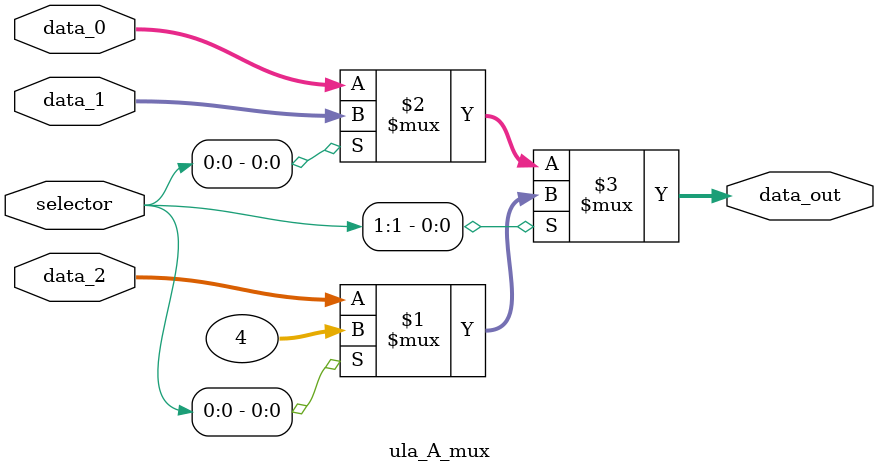
<source format=v>
module ula_A_mux (
    input  wire [1:0] selector,
    input  wire [31:0] data_0,//offset branch - 00
    input  wire [31:0] data_1,//register A - 01
    input  wire [31:0] data_2,//memory data - 10
                             //4 - 11
    output wire [31:0] data_out,
);
    assign data_out = (selector[1] ? (selector[0] ? 32'b00000000000000000000000000000100 : data_2) : (selector[0] ? data_1 : data_0));
endmodule
</source>
